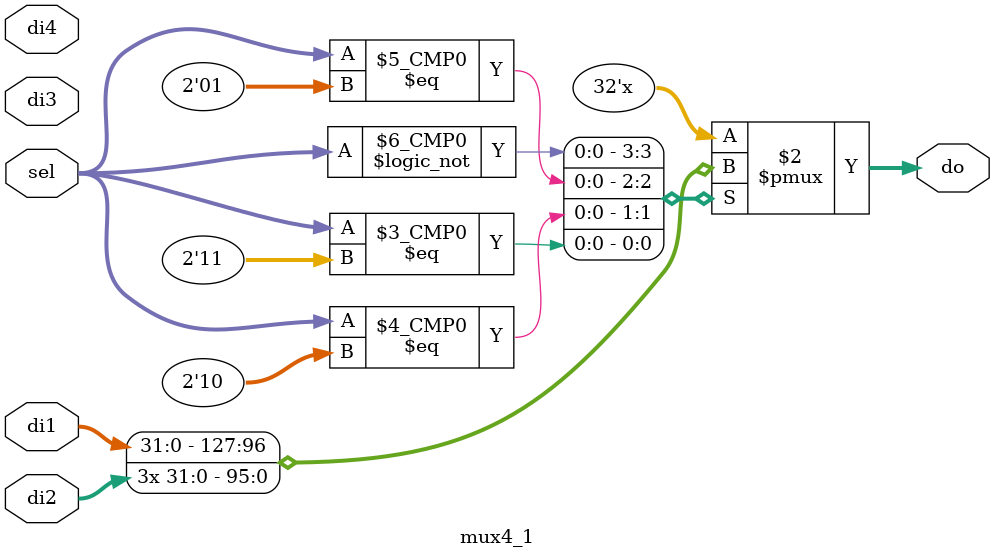
<source format=v>
`timescale 1ns / 1ps


module mux4_1 #(parameter n=32)( input [n-1:0] di1,input [n-1:0] di2,input [n-1:0] di3,input [n-1:0] di4, input [1:0] sel,output reg [31:0] do);
always@(di1 or di2 or di3 or di4)
begin
case(sel)
2'b00:do=di1;
2'b01:do=di2;
2'b10:do=di2;
2'b11:do=di2;
endcase
end
endmodule

</source>
